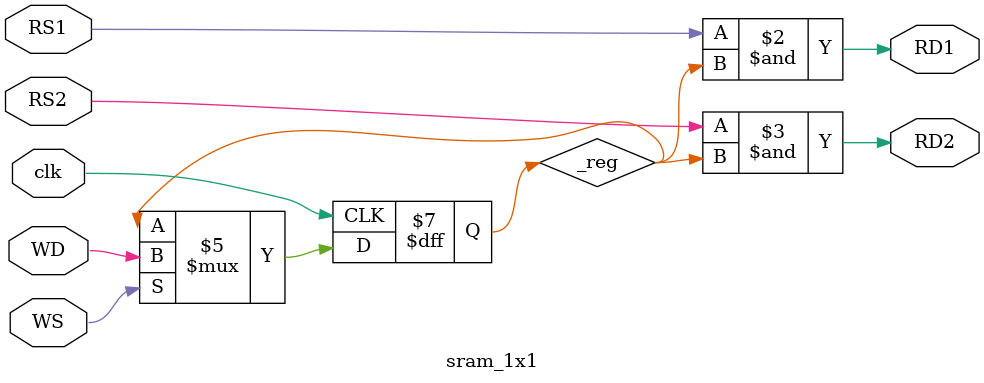
<source format=v>
module sram_1x1(
    input wire WD,
    input wire WS,
    input wire RS1,
    input wire RS2,
    input wire clk,
    output wire RD1,
    output wire RD2

);
    reg _reg = 1'b0;
always @(posedge clk) begin
    if(WS)
        _reg <= WD;
end


assign RD1 = RS1 & _reg;
assign RD2 = RS2 & _reg;
endmodule
</source>
